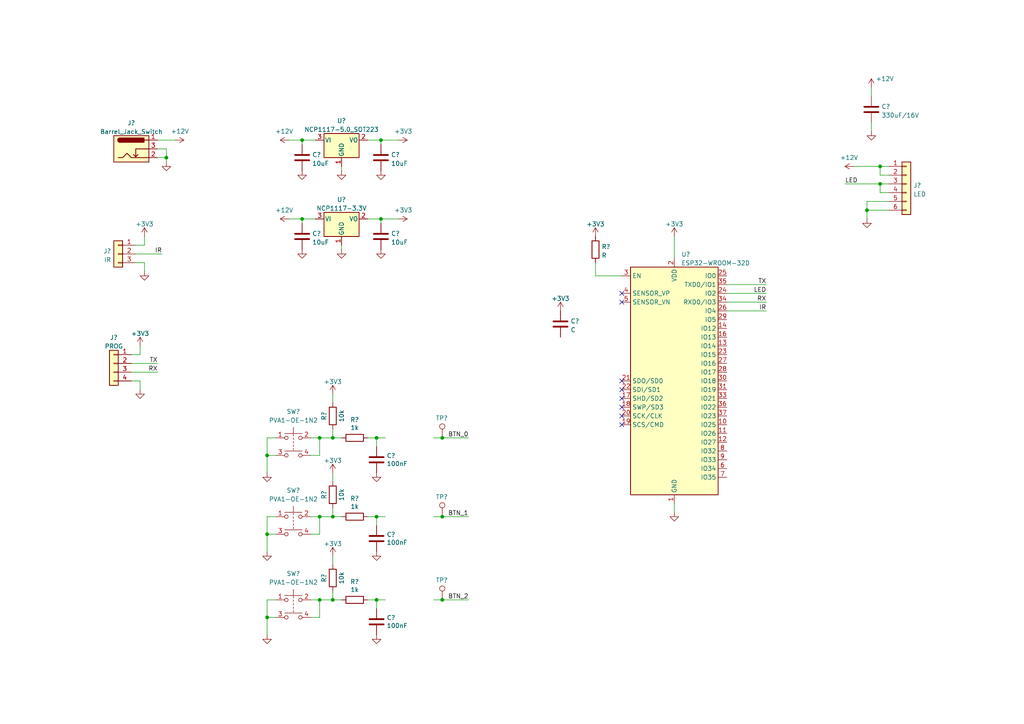
<source format=kicad_sch>
(kicad_sch (version 20211123) (generator eeschema)
  (paper "A4")
  (lib_symbols
    (symbol "Connector:Barrel_Jack_Switch" (pin_names hide)
      (property "Reference" "J" (at 0 5.334 0))
      (property "Value" "Barrel_Jack_Switch" (at 0 -5.08 0))
      (symbol "Barrel_Jack_Switch_0_1"
        (rectangle (start -5.08 3.81) (end 5.08 -3.81) (stroke (width 0.254)) (fill (type background)))
        (arc (start -3.302 3.175) (mid -3.937 2.54) (end -3.302 1.905) (stroke (width 0.254)))
        (arc (start -3.302 3.175) (mid -3.937 2.54) (end -3.302 1.905) (stroke (width 0.254)) (fill (type outline)))
        (polyline (pts (xy 1.27 -2.286) (xy 1.905 -1.651)) (stroke (width 0.254)))
        (polyline (pts (xy 5.08 2.54) (xy 3.81 2.54)) (stroke (width 0.254)))
        (polyline (pts (xy 5.08 0) (xy 1.27 0) (xy 1.27 -2.286) (xy 0.635 -1.651)) (stroke (width 0.254)))
        (polyline (pts (xy -3.81 -2.54) (xy -2.54 -2.54) (xy -1.27 -1.27) (xy 0 -2.54) (xy 2.54 -2.54) (xy 5.08 -2.54)) (stroke (width 0.254)))
        (rectangle (start 3.683 3.175) (end -3.302 1.905) (stroke (width 0.254)) (fill (type outline)))
      )
      (symbol "Barrel_Jack_Switch_1_1"
        (pin passive line (at 7.62 2.54 180) (length 2.54) (name "~") (number "1"))
        (pin passive line (at 7.62 -2.54 180) (length 2.54) (name "~") (number "2"))
        (pin passive line (at 7.62 0 180) (length 2.54) (name "~") (number "3"))
      )
    )
    (symbol "Connector:TestPoint" (pin_numbers hide) (pin_names (offset 0.762) hide)
      (property "Reference" "TP" (at 0 6.858 0))
      (property "Value" "TestPoint" (at 0 5.08 0))
      (symbol "TestPoint_0_1"
        (circle (center 0 3.302) (radius 0.762))
      )
      (symbol "TestPoint_1_1"
        (pin passive line (at 0 0 90) (length 2.54) (name "1") (number "1"))
      )
    )
    (symbol "Connector_Generic:Conn_01x03" (pin_names (offset 1.016) hide)
      (property "Reference" "J" (at 0 5.08 0))
      (property "Value" "Conn_01x03" (at 0 -5.08 0))
      (symbol "Conn_01x03_1_1"
        (rectangle (start -1.27 -2.413) (end 0 -2.667) (stroke (width 0.1524)))
        (rectangle (start -1.27 0.127) (end 0 -0.127) (stroke (width 0.1524)))
        (rectangle (start -1.27 2.667) (end 0 2.413) (stroke (width 0.1524)))
        (rectangle (start -1.27 3.81) (end 1.27 -3.81) (stroke (width 0.254)) (fill (type background)))
        (pin passive line (at -5.08 2.54 0) (length 3.81) (name "Pin_1") (number "1"))
        (pin passive line (at -5.08 0 0) (length 3.81) (name "Pin_2") (number "2"))
        (pin passive line (at -5.08 -2.54 0) (length 3.81) (name "Pin_3") (number "3"))
      )
    )
    (symbol "Connector_Generic:Conn_01x04" (pin_names (offset 1.016) hide)
      (property "Reference" "J" (at 0 5.08 0))
      (property "Value" "Conn_01x04" (at 0 -7.62 0))
      (symbol "Conn_01x04_1_1"
        (rectangle (start -1.27 -4.953) (end 0 -5.207) (stroke (width 0.1524)))
        (rectangle (start -1.27 -2.413) (end 0 -2.667) (stroke (width 0.1524)))
        (rectangle (start -1.27 0.127) (end 0 -0.127) (stroke (width 0.1524)))
        (rectangle (start -1.27 2.667) (end 0 2.413) (stroke (width 0.1524)))
        (rectangle (start -1.27 3.81) (end 1.27 -6.35) (stroke (width 0.254)) (fill (type background)))
        (pin passive line (at -5.08 2.54 0) (length 3.81) (name "Pin_1") (number "1"))
        (pin passive line (at -5.08 0 0) (length 3.81) (name "Pin_2") (number "2"))
        (pin passive line (at -5.08 -2.54 0) (length 3.81) (name "Pin_3") (number "3"))
        (pin passive line (at -5.08 -5.08 0) (length 3.81) (name "Pin_4") (number "4"))
      )
    )
    (symbol "Connector_Generic:Conn_01x06" (pin_names (offset 1.016) hide)
      (property "Reference" "J" (at 0 7.62 0))
      (property "Value" "Conn_01x06" (at 0 -10.16 0))
      (symbol "Conn_01x06_1_1"
        (rectangle (start -1.27 -7.493) (end 0 -7.747) (stroke (width 0.1524)))
        (rectangle (start -1.27 -4.953) (end 0 -5.207) (stroke (width 0.1524)))
        (rectangle (start -1.27 -2.413) (end 0 -2.667) (stroke (width 0.1524)))
        (rectangle (start -1.27 0.127) (end 0 -0.127) (stroke (width 0.1524)))
        (rectangle (start -1.27 2.667) (end 0 2.413) (stroke (width 0.1524)))
        (rectangle (start -1.27 5.207) (end 0 4.953) (stroke (width 0.1524)))
        (rectangle (start -1.27 6.35) (end 1.27 -8.89) (stroke (width 0.254)) (fill (type background)))
        (pin passive line (at -5.08 5.08 0) (length 3.81) (name "Pin_1") (number "1"))
        (pin passive line (at -5.08 2.54 0) (length 3.81) (name "Pin_2") (number "2"))
        (pin passive line (at -5.08 0 0) (length 3.81) (name "Pin_3") (number "3"))
        (pin passive line (at -5.08 -2.54 0) (length 3.81) (name "Pin_4") (number "4"))
        (pin passive line (at -5.08 -5.08 0) (length 3.81) (name "Pin_5") (number "5"))
        (pin passive line (at -5.08 -7.62 0) (length 3.81) (name "Pin_6") (number "6"))
      )
    )
    (symbol "Device:C" (pin_numbers hide) (pin_names (offset 0.254))
      (property "Reference" "C" (at 0.635 2.54 0))
      (property "Value" "C" (at 0.635 -2.54 0))
      (symbol "C_0_1"
        (polyline (pts (xy -2.032 -0.762) (xy 2.032 -0.762)) (stroke (width 0.508)))
        (polyline (pts (xy -2.032 0.762) (xy 2.032 0.762)) (stroke (width 0.508)))
      )
      (symbol "C_1_1"
        (pin passive line (at 0 3.81 270) (length 2.794) (name "~") (number "1"))
        (pin passive line (at 0 -3.81 90) (length 2.794) (name "~") (number "2"))
      )
    )
    (symbol "Device:R" (pin_numbers hide) (pin_names (offset 0))
      (property "Reference" "R" (at 2.032 0 90))
      (property "Value" "R" (at 0 0 90))
      (symbol "R_0_1"
        (rectangle (start -1.016 -2.54) (end 1.016 2.54) (stroke (width 0.254)))
      )
      (symbol "R_1_1"
        (pin passive line (at 0 3.81 270) (length 1.27) (name "~") (number "1"))
        (pin passive line (at 0 -3.81 90) (length 1.27) (name "~") (number "2"))
      )
    )
    (symbol "RF_Module:ESP32-WROOM-32D"
      (property "Reference" "U" (at -12.7 34.29 0))
      (property "Value" "ESP32-WROOM-32D" (at 1.27 34.29 0))
      (symbol "ESP32-WROOM-32D_0_1"
        (rectangle (start -12.7 33.02) (end 12.7 -33.02) (stroke (width 0.254)) (fill (type background)))
      )
      (symbol "ESP32-WROOM-32D_1_1"
        (pin power_in line (at 0 -35.56 90) (length 2.54) (name "GND") (number "1"))
        (pin bidirectional line (at 15.24 -12.7 180) (length 2.54) (name "IO25") (number "10"))
        (pin bidirectional line (at 15.24 -15.24 180) (length 2.54) (name "IO26") (number "11"))
        (pin bidirectional line (at 15.24 -17.78 180) (length 2.54) (name "IO27") (number "12"))
        (pin bidirectional line (at 15.24 10.16 180) (length 2.54) (name "IO14") (number "13"))
        (pin bidirectional line (at 15.24 15.24 180) (length 2.54) (name "IO12") (number "14"))
        (pin passive line (at 0 -35.56 90) (length 2.54) hide (name "GND") (number "15"))
        (pin bidirectional line (at 15.24 12.7 180) (length 2.54) (name "IO13") (number "16"))
        (pin bidirectional line (at -15.24 -5.08 0) (length 2.54) (name "SHD/SD2") (number "17"))
        (pin bidirectional line (at -15.24 -7.62 0) (length 2.54) (name "SWP/SD3") (number "18"))
        (pin bidirectional line (at -15.24 -12.7 0) (length 2.54) (name "SCS/CMD") (number "19"))
        (pin power_in line (at 0 35.56 270) (length 2.54) (name "VDD") (number "2"))
        (pin bidirectional line (at -15.24 -10.16 0) (length 2.54) (name "SCK/CLK") (number "20"))
        (pin bidirectional line (at -15.24 0 0) (length 2.54) (name "SDO/SD0") (number "21"))
        (pin bidirectional line (at -15.24 -2.54 0) (length 2.54) (name "SDI/SD1") (number "22"))
        (pin bidirectional line (at 15.24 7.62 180) (length 2.54) (name "IO15") (number "23"))
        (pin bidirectional line (at 15.24 25.4 180) (length 2.54) (name "IO2") (number "24"))
        (pin bidirectional line (at 15.24 30.48 180) (length 2.54) (name "IO0") (number "25"))
        (pin bidirectional line (at 15.24 20.32 180) (length 2.54) (name "IO4") (number "26"))
        (pin bidirectional line (at 15.24 5.08 180) (length 2.54) (name "IO16") (number "27"))
        (pin bidirectional line (at 15.24 2.54 180) (length 2.54) (name "IO17") (number "28"))
        (pin bidirectional line (at 15.24 17.78 180) (length 2.54) (name "IO5") (number "29"))
        (pin input line (at -15.24 30.48 0) (length 2.54) (name "EN") (number "3"))
        (pin bidirectional line (at 15.24 0 180) (length 2.54) (name "IO18") (number "30"))
        (pin bidirectional line (at 15.24 -2.54 180) (length 2.54) (name "IO19") (number "31"))
        (pin no_connect line (at -12.7 -27.94 0) (length 2.54) hide (name "NC") (number "32"))
        (pin bidirectional line (at 15.24 -5.08 180) (length 2.54) (name "IO21") (number "33"))
        (pin bidirectional line (at 15.24 22.86 180) (length 2.54) (name "RXD0/IO3") (number "34"))
        (pin bidirectional line (at 15.24 27.94 180) (length 2.54) (name "TXD0/IO1") (number "35"))
        (pin bidirectional line (at 15.24 -7.62 180) (length 2.54) (name "IO22") (number "36"))
        (pin bidirectional line (at 15.24 -10.16 180) (length 2.54) (name "IO23") (number "37"))
        (pin passive line (at 0 -35.56 90) (length 2.54) hide (name "GND") (number "38"))
        (pin passive line (at 0 -35.56 90) (length 2.54) hide (name "GND") (number "39"))
        (pin input line (at -15.24 25.4 0) (length 2.54) (name "SENSOR_VP") (number "4"))
        (pin input line (at -15.24 22.86 0) (length 2.54) (name "SENSOR_VN") (number "5"))
        (pin input line (at 15.24 -25.4 180) (length 2.54) (name "IO34") (number "6"))
        (pin input line (at 15.24 -27.94 180) (length 2.54) (name "IO35") (number "7"))
        (pin bidirectional line (at 15.24 -20.32 180) (length 2.54) (name "IO32") (number "8"))
        (pin bidirectional line (at 15.24 -22.86 180) (length 2.54) (name "IO33") (number "9"))
      )
    )
    (symbol "Regulator_Linear:NCP1117-3.3_SOT223" (pin_names (offset 0.254))
      (property "Reference" "U" (at -3.81 3.175 0))
      (property "Value" "NCP1117-3.3_SOT223" (at 0 3.175 0))
      (symbol "NCP1117-3.3_SOT223_0_1"
        (rectangle (start -5.08 -5.08) (end 5.08 1.905) (stroke (width 0.254)) (fill (type background)))
      )
      (symbol "NCP1117-3.3_SOT223_1_1"
        (pin power_in line (at 0 -7.62 90) (length 2.54) (name "GND") (number "1"))
        (pin power_out line (at 7.62 0 180) (length 2.54) (name "VO") (number "2"))
        (pin power_in line (at -7.62 0 0) (length 2.54) (name "VI") (number "3"))
      )
    )
    (symbol "Regulator_Linear:NCP1117-5.0_SOT223" (pin_names (offset 0.254))
      (property "Reference" "U" (at -3.81 3.175 0))
      (property "Value" "NCP1117-5.0_SOT223" (at 0 3.175 0))
      (symbol "NCP1117-5.0_SOT223_0_1"
        (rectangle (start -5.08 -5.08) (end 5.08 1.905) (stroke (width 0.254)) (fill (type background)))
      )
      (symbol "NCP1117-5.0_SOT223_1_1"
        (pin power_in line (at 0 -7.62 90) (length 2.54) (name "GND") (number "1"))
        (pin power_out line (at 7.62 0 180) (length 2.54) (name "VO") (number "2"))
        (pin power_in line (at -7.62 0 0) (length 2.54) (name "VI") (number "3"))
      )
    )
    (symbol "Switch:SW_Push_Dual" (pin_names (offset 1.016) hide)
      (property "Reference" "SW" (at 1.27 2.54 0))
      (property "Value" "SW_Push_Dual" (at 0 -6.858 0))
      (symbol "SW_Push_Dual_0_1"
        (circle (center -2.032 -5.08) (radius 0.508))
        (circle (center -2.032 0) (radius 0.508))
        (polyline (pts (xy 0 -3.048) (xy 0 -3.556)))
        (polyline (pts (xy 0 -2.032) (xy 0 -2.54)))
        (polyline (pts (xy 0 -1.524) (xy 0 -1.016)))
        (polyline (pts (xy 0 -0.508) (xy 0 0)))
        (polyline (pts (xy 0 0.508) (xy 0 1.016)))
        (polyline (pts (xy 0 1.27) (xy 0 3.048)))
        (polyline (pts (xy 2.54 -3.81) (xy -2.54 -3.81)))
        (polyline (pts (xy 2.54 1.27) (xy -2.54 1.27)))
        (circle (center 2.032 -5.08) (radius 0.508))
        (circle (center 2.032 0) (radius 0.508))
        (pin passive line (at -5.08 0 0) (length 2.54) (name "1") (number "1"))
        (pin passive line (at 5.08 0 180) (length 2.54) (name "2") (number "2"))
        (pin passive line (at -5.08 -5.08 0) (length 2.54) (name "3") (number "3"))
        (pin passive line (at 5.08 -5.08 180) (length 2.54) (name "4") (number "4"))
      )
    )
    (symbol "power:+12V" (power) (pin_names (offset 0))
      (property "Value" "+12V" (at 0 3.556 0))
      (symbol "+12V_0_1"
        (polyline (pts (xy -0.762 1.27) (xy 0 2.54)))
        (polyline (pts (xy 0 0) (xy 0 2.54)))
        (polyline (pts (xy 0 2.54) (xy 0.762 1.27)))
      )
      (symbol "+12V_1_1"
        (pin power_in line (at 0 0 90) (length 0) hide (name "+12V") (number "1"))
      )
    )
    (symbol "power:+3.3V" (power) (pin_names (offset 0))
      (property "Value" "+3.3V" (at 0 3.556 0))
      (symbol "+3.3V_0_1"
        (polyline (pts (xy -0.762 1.27) (xy 0 2.54)))
        (polyline (pts (xy 0 0) (xy 0 2.54)))
        (polyline (pts (xy 0 2.54) (xy 0.762 1.27)))
      )
      (symbol "+3.3V_1_1"
        (pin power_in line (at 0 0 90) (length 0) hide (name "+3V3") (number "1"))
      )
    )
    (symbol "power:GND" (power) (pin_names (offset 0))
      (property "Value" "GND" (at 0 -3.81 0))
      (symbol "GND_0_1"
        (polyline (pts (xy 0 0) (xy 0 -1.27) (xy 1.27 -1.27) (xy 0 -2.54) (xy -1.27 -1.27) (xy 0 -1.27)))
      )
      (symbol "GND_1_1"
        (pin power_in line (at 0 0 270) (length 0) hide (name "GND") (number "1"))
      )
    )
  )
  (junction (at 96.52 149.86))
  (junction (at 128.27 173.99))
  (junction (at 87.63 63.5))
  (junction (at 87.63 40.64))
  (junction (at 110.49 40.64))
  (junction (at 109.22 127))
  (junction (at 128.27 127))
  (junction (at 109.22 149.86))
  (junction (at 255.27 48.26))
  (junction (at 92.71 149.86))
  (junction (at 128.27 149.86))
  (junction (at 109.22 173.99))
  (junction (at 92.71 173.99))
  (junction (at 92.71 127))
  (junction (at 77.47 154.94))
  (junction (at 96.52 127))
  (junction (at 251.46 60.96))
  (junction (at 77.47 132.08))
  (junction (at 48.26 45.72))
  (junction (at 96.52 173.99))
  (junction (at 255.27 53.34))
  (junction (at 77.47 179.07))
  (junction (at 110.49 63.5))
  (no_connect (at 180.34 120.65))
  (no_connect (at 180.34 118.11))
  (no_connect (at 180.34 115.57))
  (no_connect (at 180.34 123.19))
  (no_connect (at 180.34 110.49))
  (no_connect (at 180.34 87.63))
  (no_connect (at 180.34 113.03))
  (no_connect (at 180.34 85.09))
  (wire (pts (xy 45.72 40.64) (xy 50.8 40.64)))
  (wire (pts (xy 255.27 48.26) (xy 257.81 48.26)))
  (wire (pts (xy 109.22 127) (xy 111.76 127)))
  (wire (pts (xy 96.52 171.45) (xy 96.52 173.99)))
  (wire (pts (xy 109.22 173.99) (xy 111.76 173.99)))
  (wire (pts (xy 96.52 114.3) (xy 96.52 116.84)))
  (wire (pts (xy 257.81 58.42) (xy 251.46 58.42)))
  (wire (pts (xy 106.68 40.64) (xy 110.49 40.64)))
  (wire (pts (xy 41.91 76.2) (xy 41.91 78.74)))
  (wire (pts (xy 125.73 149.86) (xy 128.27 149.86)))
  (wire (pts (xy 252.73 35.56) (xy 252.73 38.1)))
  (wire (pts (xy 210.82 85.09) (xy 222.25 85.09)))
  (wire (pts (xy 96.52 147.32) (xy 96.52 149.86)))
  (wire (pts (xy 195.58 146.05) (xy 195.58 148.59)))
  (wire (pts (xy 39.37 71.12) (xy 41.91 71.12)))
  (wire (pts (xy 90.17 154.94) (xy 92.71 154.94)))
  (wire (pts (xy 96.52 124.46) (xy 96.52 127)))
  (wire (pts (xy 77.47 173.99) (xy 80.01 173.99)))
  (wire (pts (xy 90.17 132.08) (xy 92.71 132.08)))
  (wire (pts (xy 48.26 43.18) (xy 48.26 45.72)))
  (wire (pts (xy 77.47 179.07) (xy 80.01 179.07)))
  (wire (pts (xy 77.47 154.94) (xy 80.01 154.94)))
  (wire (pts (xy 92.71 127) (xy 96.52 127)))
  (wire (pts (xy 83.82 63.5) (xy 87.63 63.5)))
  (wire (pts (xy 90.17 173.99) (xy 92.71 173.99)))
  (wire (pts (xy 257.81 55.88) (xy 255.27 55.88)))
  (wire (pts (xy 172.72 80.01) (xy 172.72 76.2)))
  (wire (pts (xy 251.46 58.42) (xy 251.46 60.96)))
  (wire (pts (xy 38.1 107.95) (xy 45.72 107.95)))
  (wire (pts (xy 90.17 127) (xy 92.71 127)))
  (wire (pts (xy 106.68 149.86) (xy 109.22 149.86)))
  (wire (pts (xy 110.49 63.5) (xy 115.57 63.5)))
  (wire (pts (xy 106.68 127) (xy 109.22 127)))
  (wire (pts (xy 96.52 161.29) (xy 96.52 163.83)))
  (wire (pts (xy 245.11 53.34) (xy 255.27 53.34)))
  (wire (pts (xy 255.27 55.88) (xy 255.27 53.34)))
  (wire (pts (xy 109.22 127) (xy 109.22 129.54)))
  (wire (pts (xy 46.99 73.66) (xy 39.37 73.66)))
  (wire (pts (xy 38.1 102.87) (xy 40.64 102.87)))
  (wire (pts (xy 77.47 173.99) (xy 77.47 179.07)))
  (wire (pts (xy 77.47 154.94) (xy 77.47 160.02)))
  (wire (pts (xy 109.22 149.86) (xy 111.76 149.86)))
  (wire (pts (xy 91.44 63.5) (xy 87.63 63.5)))
  (wire (pts (xy 128.27 173.99) (xy 135.89 173.99)))
  (wire (pts (xy 125.73 127) (xy 128.27 127)))
  (wire (pts (xy 99.06 48.26) (xy 99.06 49.53)))
  (wire (pts (xy 48.26 45.72) (xy 48.26 46.99)))
  (wire (pts (xy 39.37 76.2) (xy 41.91 76.2)))
  (wire (pts (xy 110.49 64.77) (xy 110.49 63.5)))
  (wire (pts (xy 257.81 60.96) (xy 251.46 60.96)))
  (wire (pts (xy 125.73 173.99) (xy 128.27 173.99)))
  (wire (pts (xy 92.71 179.07) (xy 92.71 173.99)))
  (wire (pts (xy 247.65 48.26) (xy 255.27 48.26)))
  (wire (pts (xy 180.34 80.01) (xy 172.72 80.01)))
  (wire (pts (xy 38.1 105.41) (xy 45.72 105.41)))
  (wire (pts (xy 40.64 102.87) (xy 40.64 100.33)))
  (wire (pts (xy 77.47 149.86) (xy 77.47 154.94)))
  (wire (pts (xy 92.71 173.99) (xy 96.52 173.99)))
  (wire (pts (xy 45.72 45.72) (xy 48.26 45.72)))
  (wire (pts (xy 252.73 25.4) (xy 252.73 27.94)))
  (wire (pts (xy 90.17 149.86) (xy 92.71 149.86)))
  (wire (pts (xy 210.82 90.17) (xy 222.25 90.17)))
  (wire (pts (xy 96.52 137.16) (xy 96.52 139.7)))
  (wire (pts (xy 83.82 40.64) (xy 87.63 40.64)))
  (wire (pts (xy 255.27 53.34) (xy 257.81 53.34)))
  (wire (pts (xy 87.63 40.64) (xy 87.63 41.91)))
  (wire (pts (xy 210.82 82.55) (xy 222.25 82.55)))
  (wire (pts (xy 45.72 43.18) (xy 48.26 43.18)))
  (wire (pts (xy 77.47 179.07) (xy 77.47 184.15)))
  (wire (pts (xy 195.58 68.58) (xy 195.58 74.93)))
  (wire (pts (xy 91.44 40.64) (xy 87.63 40.64)))
  (wire (pts (xy 96.52 173.99) (xy 99.06 173.99)))
  (wire (pts (xy 106.68 63.5) (xy 110.49 63.5)))
  (wire (pts (xy 87.63 63.5) (xy 87.63 64.77)))
  (wire (pts (xy 90.17 179.07) (xy 92.71 179.07)))
  (wire (pts (xy 109.22 149.86) (xy 109.22 152.4)))
  (wire (pts (xy 77.47 132.08) (xy 77.47 137.16)))
  (wire (pts (xy 210.82 87.63) (xy 222.25 87.63)))
  (wire (pts (xy 128.27 127) (xy 135.89 127)))
  (wire (pts (xy 77.47 127) (xy 77.47 132.08)))
  (wire (pts (xy 106.68 173.99) (xy 109.22 173.99)))
  (wire (pts (xy 92.71 149.86) (xy 96.52 149.86)))
  (wire (pts (xy 257.81 50.8) (xy 255.27 50.8)))
  (wire (pts (xy 255.27 48.26) (xy 255.27 50.8)))
  (wire (pts (xy 41.91 71.12) (xy 41.91 68.58)))
  (wire (pts (xy 38.1 110.49) (xy 40.64 110.49)))
  (wire (pts (xy 77.47 149.86) (xy 80.01 149.86)))
  (wire (pts (xy 99.06 71.12) (xy 99.06 72.39)))
  (wire (pts (xy 40.64 110.49) (xy 40.64 113.03)))
  (wire (pts (xy 92.71 132.08) (xy 92.71 127)))
  (wire (pts (xy 77.47 132.08) (xy 80.01 132.08)))
  (wire (pts (xy 109.22 173.99) (xy 109.22 176.53)))
  (wire (pts (xy 128.27 149.86) (xy 135.89 149.86)))
  (wire (pts (xy 110.49 40.64) (xy 115.57 40.64)))
  (wire (pts (xy 96.52 127) (xy 99.06 127)))
  (wire (pts (xy 96.52 149.86) (xy 99.06 149.86)))
  (wire (pts (xy 110.49 41.91) (xy 110.49 40.64)))
  (wire (pts (xy 251.46 60.96) (xy 251.46 63.5)))
  (wire (pts (xy 77.47 127) (xy 80.01 127)))
  (wire (pts (xy 92.71 154.94) (xy 92.71 149.86)))
  (label "IR" (at 222.25 90.17 180))
  (label "BTN_0" (at 135.89 127 180))
  (label "RX" (at 222.25 87.63 180))
  (label "BTN_1" (at 135.89 149.86 180))
  (label "LED" (at 222.25 85.09 180))
  (label "TX" (at 222.25 82.55 180))
  (label "IR" (at 46.99 73.66 180))
  (label "RX" (at 45.72 107.95 180))
  (label "TX" (at 45.72 105.41 180))
  (label "BTN_2" (at 135.89 173.99 180))
  (label "LED" (at 245.11 53.34 0))
  (symbol (lib_id "Connector:TestPoint") (at 128.27 149.86 0) (unit 1)
    (property "Reference" "TP?" (at 126.365 144.145 0) (effects (justify left)))
    (property "Value" "TestPoint" (effects hide))
    (property "Footprint" "TestPoint:TestPoint_Pad_D1.0mm" (effects hide))
  )
  (symbol (lib_id "power:GND") (at 41.91 78.74 0) (mirror y) (unit 1)
    (property "Reference" "#PWR?" (effects hide))
    (property "Value" "GND" (effects hide))
  )
  (symbol (lib_id "Regulator_Linear:NCP1117-5.0_SOT223") (at 99.06 40.64 0) (unit 1)
    (property "Reference" "U?" (at 99.06 35.0352 0))
    (property "Value" "NCP1117-5.0_SOT223" (at 99.06 37.5721 0))
    (property "Footprint" "Package_TO_SOT_SMD:SOT-223-3_TabPin2" (effects hide))
    (property "Datasheet" "http://www.onsemi.com/pub_link/Collateral/NCP1117-D.PDF" (effects hide))
  )
  (symbol (lib_id "Device:C") (at 87.63 45.72 0) (unit 1)
    (property "Reference" "C?" (at 90.551 44.8853 0) (effects (justify left)))
    (property "Value" "10uF" (at 90.551 47.4222 0) (effects (justify left)))
  )
  (symbol (lib_id "power:+3.3V") (at 115.57 63.5 270) (unit 1)
    (property "Reference" "#PWR?" (effects hide))
    (property "Value" "+3.3V" (at 114.3 60.96 90) (effects (justify left)))
  )
  (symbol (lib_id "power:+3.3V") (at 41.91 68.58 0) (mirror y) (unit 1)
    (property "Reference" "#PWR?" (effects hide))
    (property "Value" "+3.3V" (at 41.91 65.0042 0))
  )
  (symbol (lib_id "Connector_Generic:Conn_01x03") (at 34.29 73.66 0) (mirror y) (unit 1)
    (property "Reference" "J?" (at 32.258 72.8253 0) (effects (justify left)))
    (property "Value" "IR" (at 32.258 75.3622 0) (effects (justify left)))
  )
  (symbol (lib_id "Device:C") (at 162.56 93.98 0) (unit 1)
    (property "Reference" "C?" (at 165.481 93.1453 0) (effects (justify left)))
    (property "Value" "C" (at 165.481 95.6822 0) (effects (justify left)))
  )
  (symbol (lib_id "Device:R") (at 102.87 173.99 270) (unit 1)
    (property "Reference" "R?" (at 102.87 168.7322 90))
    (property "Value" "1k" (at 102.87 171.0436 90))
    (property "Footprint" "Resistor_SMD:R_0603_1608Metric" (effects hide))
  )
  (symbol (lib_id "Device:R") (at 96.52 143.51 0) (unit 1)
    (property "Reference" "R?" (at 93.98 143.51 90))
    (property "Value" "10k" (at 99.06 143.51 90))
    (property "Footprint" "Resistor_SMD:R_0603_1608Metric" (effects hide))
  )
  (symbol (lib_id "power:+12V") (at 83.82 40.64 90) (unit 1)
    (property "Reference" "#PWR?" (effects hide))
    (property "Value" "+12V" (at 85.09 38.1 90) (effects (justify left)))
  )
  (symbol (lib_id "power:+3.3V") (at 96.52 161.29 0) (unit 1)
    (property "Reference" "#PWR?" (effects hide))
    (property "Value" "+3.3V" (at 96.52 157.7142 0))
  )
  (symbol (lib_id "Connector:Barrel_Jack_Switch") (at 38.1 43.18 0) (unit 1)
    (property "Reference" "J?" (at 38.1 35.6702 0))
    (property "Value" "Barrel_Jack_Switch" (at 38.1 38.2071 0))
  )
  (symbol (lib_id "power:GND") (at 109.22 184.15 0) (mirror y) (unit 1)
    (property "Reference" "#PWR?" (effects hide))
    (property "Value" "GND" (effects hide))
  )
  (symbol (lib_id "power:+12V") (at 252.73 25.4 0) (unit 1)
    (property "Reference" "#PWR?" (effects hide))
    (property "Value" "+12V" (at 254 22.86 0) (effects (justify left)))
  )
  (symbol (lib_id "Device:C") (at 110.49 68.58 0) (unit 1)
    (property "Reference" "C?" (at 113.411 67.7453 0) (effects (justify left)))
    (property "Value" "10uF" (at 113.411 70.2822 0) (effects (justify left)))
  )
  (symbol (lib_id "Device:C") (at 87.63 68.58 0) (unit 1)
    (property "Reference" "C?" (at 90.551 67.7453 0) (effects (justify left)))
    (property "Value" "10uF" (at 90.551 70.2822 0) (effects (justify left)))
  )
  (symbol (lib_id "Connector:TestPoint") (at 128.27 127 0) (unit 1)
    (property "Reference" "TP?" (at 126.365 121.285 0) (effects (justify left)))
    (property "Value" "TestPoint" (effects hide))
    (property "Footprint" "TestPoint:TestPoint_Pad_D1.0mm" (effects hide))
  )
  (symbol (lib_id "Device:C") (at 109.22 180.34 0) (unit 1)
    (property "Reference" "C?" (at 112.141 179.1716 0) (effects (justify left)))
    (property "Value" "100nF" (at 112.141 181.483 0) (effects (justify left)))
    (property "Footprint" "Capacitor_SMD:C_0603_1608Metric" (effects hide))
  )
  (symbol (lib_id "power:GND") (at 77.47 184.15 0) (mirror y) (unit 1)
    (property "Reference" "#PWR?" (effects hide))
    (property "Value" "GND" (effects hide))
  )
  (symbol (lib_id "Connector_Generic:Conn_01x06") (at 262.89 53.34 0) (unit 1)
    (property "Reference" "J?" (at 264.922 53.7753 0) (effects (justify left)))
    (property "Value" "LED" (at 264.922 56.3122 0) (effects (justify left)))
  )
  (symbol (lib_id "Device:R") (at 96.52 167.64 0) (unit 1)
    (property "Reference" "R?" (at 93.98 167.64 90))
    (property "Value" "10k" (at 99.06 167.64 90))
    (property "Footprint" "Resistor_SMD:R_0603_1608Metric" (effects hide))
  )
  (symbol (lib_id "power:GND") (at 110.49 72.39 0) (unit 1)
    (property "Reference" "#PWR?" (effects hide))
    (property "Value" "GND" (effects hide))
  )
  (symbol (lib_id "power:GND") (at 87.63 72.39 0) (unit 1)
    (property "Reference" "#PWR?" (effects hide))
    (property "Value" "GND" (effects hide))
  )
  (symbol (lib_id "Regulator_Linear:NCP1117-3.3_SOT223") (at 99.06 63.5 0) (unit 1)
    (property "Reference" "U?" (at 99.06 57.8952 0))
    (property "Value" "NCP1117-3.3V" (at 99.06 60.4321 0))
    (property "Footprint" "Package_TO_SOT_SMD:SOT-223-3_TabPin2" (effects hide))
    (property "Datasheet" "http://www.onsemi.com/pub_link/Collateral/NCP1117-D.PDF" (effects hide))
  )
  (symbol (lib_id "Switch:SW_Push_Dual") (at 85.09 173.99 0) (unit 1)
    (property "Reference" "SW?" (at 85.09 166.37 0))
    (property "Value" "PVA1-OE-1N2" (at 85.09 168.91 0))
    (property "Footprint" "TCY_connectors:PVA-Button" (effects hide))
  )
  (symbol (lib_id "power:+12V") (at 247.65 48.26 90) (unit 1)
    (property "Reference" "#PWR?" (effects hide))
    (property "Value" "+12V" (at 248.92 45.72 90) (effects (justify left)))
  )
  (symbol (lib_id "power:+3.3V") (at 96.52 114.3 0) (unit 1)
    (property "Reference" "#PWR?" (effects hide))
    (property "Value" "+3.3V" (at 96.52 110.7242 0))
  )
  (symbol (lib_id "power:+3.3V") (at 115.57 40.64 270) (unit 1)
    (property "Reference" "#PWR?" (effects hide))
    (property "Value" "+3.3V" (at 114.3 38.1 90) (effects (justify left)))
  )
  (symbol (lib_id "power:GND") (at 87.63 49.53 0) (unit 1)
    (property "Reference" "#PWR?" (effects hide))
    (property "Value" "GND" (effects hide))
  )
  (symbol (lib_id "power:GND") (at 48.26 46.99 0) (unit 1)
    (property "Reference" "#PWR?" (effects hide))
    (property "Value" "GND" (effects hide))
  )
  (symbol (lib_id "power:GND") (at 99.06 72.39 0) (unit 1)
    (property "Reference" "#PWR?" (effects hide))
    (property "Value" "GND" (effects hide))
  )
  (symbol (lib_id "power:GND") (at 99.06 49.53 0) (unit 1)
    (property "Reference" "#PWR?" (effects hide))
    (property "Value" "GND" (effects hide))
  )
  (symbol (lib_id "Device:C") (at 109.22 133.35 0) (unit 1)
    (property "Reference" "C?" (at 112.141 132.1816 0) (effects (justify left)))
    (property "Value" "100nF" (at 112.141 134.493 0) (effects (justify left)))
    (property "Footprint" "Capacitor_SMD:C_0603_1608Metric" (effects hide))
  )
  (symbol (lib_id "Connector:TestPoint") (at 128.27 173.99 0) (unit 1)
    (property "Reference" "TP?" (at 126.365 168.275 0) (effects (justify left)))
    (property "Value" "TestPoint" (effects hide))
    (property "Footprint" "TestPoint:TestPoint_Pad_D1.0mm" (effects hide))
  )
  (symbol (lib_id "power:+12V") (at 83.82 63.5 90) (unit 1)
    (property "Reference" "#PWR?" (effects hide))
    (property "Value" "+12V" (at 85.09 60.96 90) (effects (justify left)))
  )
  (symbol (lib_id "power:GND") (at 77.47 160.02 0) (mirror y) (unit 1)
    (property "Reference" "#PWR?" (effects hide))
    (property "Value" "GND" (effects hide))
  )
  (symbol (lib_id "power:GND") (at 77.47 137.16 0) (mirror y) (unit 1)
    (property "Reference" "#PWR?" (effects hide))
    (property "Value" "GND" (effects hide))
  )
  (symbol (lib_id "power:GND") (at 40.64 113.03 0) (mirror y) (unit 1)
    (property "Reference" "#PWR?" (effects hide))
    (property "Value" "GND" (effects hide))
  )
  (symbol (lib_id "power:GND") (at 195.58 148.59 0) (unit 1)
    (property "Reference" "#PWR?" (effects hide))
    (property "Value" "GND" (effects hide))
  )
  (symbol (lib_id "Device:R") (at 96.52 120.65 0) (unit 1)
    (property "Reference" "R?" (at 93.98 120.65 90))
    (property "Value" "10k" (at 99.06 120.65 90))
    (property "Footprint" "Resistor_SMD:R_0603_1608Metric" (effects hide))
  )
  (symbol (lib_id "power:GND") (at 251.46 63.5 0) (unit 1)
    (property "Reference" "#PWR?" (effects hide))
    (property "Value" "GND" (effects hide))
  )
  (symbol (lib_id "power:GND") (at 110.49 49.53 0) (unit 1)
    (property "Reference" "#PWR?" (effects hide))
    (property "Value" "GND" (effects hide))
  )
  (symbol (lib_id "power:+12V") (at 50.8 40.64 270) (unit 1)
    (property "Reference" "#PWR?" (effects hide))
    (property "Value" "+12V" (at 49.53 38.1 90) (effects (justify left)))
  )
  (symbol (lib_id "power:+3.3V") (at 162.56 90.17 0) (unit 1)
    (property "Reference" "#PWR?" (effects hide))
    (property "Value" "+3.3V" (at 162.56 86.5942 0))
  )
  (symbol (lib_id "Connector_Generic:Conn_01x04") (at 33.02 105.41 0) (mirror y) (unit 1)
    (property "Reference" "J?" (at 33.02 97.9002 0))
    (property "Value" "PROG" (at 33.02 100.4371 0))
  )
  (symbol (lib_id "power:+3.3V") (at 172.72 68.58 0) (unit 1)
    (property "Reference" "#PWR?" (effects hide))
    (property "Value" "+3.3V" (at 172.72 65.0042 0))
  )
  (symbol (lib_id "Device:C") (at 109.22 156.21 0) (unit 1)
    (property "Reference" "C?" (at 112.141 155.0416 0) (effects (justify left)))
    (property "Value" "100nF" (at 112.141 157.353 0) (effects (justify left)))
    (property "Footprint" "Capacitor_SMD:C_0603_1608Metric" (effects hide))
  )
  (symbol (lib_id "power:+3.3V") (at 96.52 137.16 0) (unit 1)
    (property "Reference" "#PWR?" (effects hide))
    (property "Value" "+3.3V" (at 96.52 133.5842 0))
  )
  (symbol (lib_id "Device:C") (at 252.73 31.75 0) (unit 1)
    (property "Reference" "C?" (at 255.651 30.9153 0) (effects (justify left)))
    (property "Value" "330uF/16V" (at 255.651 33.4522 0) (effects (justify left)))
  )
  (symbol (lib_id "Switch:SW_Push_Dual") (at 85.09 149.86 0) (unit 1)
    (property "Reference" "SW?" (at 85.09 142.24 0))
    (property "Value" "PVA1-OE-1N2" (at 85.09 144.78 0))
    (property "Footprint" "TCY_connectors:PVA-Button" (effects hide))
  )
  (symbol (lib_id "power:GND") (at 109.22 160.02 0) (mirror y) (unit 1)
    (property "Reference" "#PWR?" (effects hide))
    (property "Value" "GND" (effects hide))
  )
  (symbol (lib_id "Device:R") (at 172.72 72.39 0) (unit 1)
    (property "Reference" "R?" (at 174.498 71.5553 0) (effects (justify left)))
    (property "Value" "R" (at 174.498 74.0922 0) (effects (justify left)))
  )
  (symbol (lib_id "Device:R") (at 102.87 127 270) (unit 1)
    (property "Reference" "R?" (at 102.87 121.7422 90))
    (property "Value" "1k" (at 102.87 124.0536 90))
    (property "Footprint" "Resistor_SMD:R_0603_1608Metric" (effects hide))
  )
  (symbol (lib_id "power:GND") (at 109.22 137.16 0) (mirror y) (unit 1)
    (property "Reference" "#PWR?" (effects hide))
    (property "Value" "GND" (effects hide))
  )
  (symbol (lib_id "Device:C") (at 110.49 45.72 0) (unit 1)
    (property "Reference" "C?" (at 113.411 44.8853 0) (effects (justify left)))
    (property "Value" "10uF" (at 113.411 47.4222 0) (effects (justify left)))
  )
  (symbol (lib_id "Device:R") (at 102.87 149.86 270) (unit 1)
    (property "Reference" "R?" (at 102.87 144.6022 90))
    (property "Value" "1k" (at 102.87 146.9136 90))
    (property "Footprint" "Resistor_SMD:R_0603_1608Metric" (effects hide))
  )
  (symbol (lib_id "Switch:SW_Push_Dual") (at 85.09 127 0) (unit 1)
    (property "Reference" "SW?" (at 85.09 119.38 0))
    (property "Value" "PVA1-OE-1N2" (at 85.09 121.92 0))
    (property "Footprint" "TCY_connectors:PVA-Button" (effects hide))
  )
  (symbol (lib_id "power:GND") (at 252.73 38.1 0) (unit 1)
    (property "Reference" "#PWR?" (effects hide))
    (property "Value" "GND" (effects hide))
  )
  (symbol (lib_id "power:+3.3V") (at 195.58 68.58 0) (unit 1)
    (property "Reference" "#PWR?" (effects hide))
    (property "Value" "+3.3V" (at 195.58 65.0042 0))
  )
  (symbol (lib_id "RF_Module:ESP32-WROOM-32D") (at 195.58 110.49 0) (unit 1)
    (property "Reference" "U?" (at 197.5994 73.7702 0) (effects (justify left)))
    (property "Value" "ESP32-WROOM-32D" (at 197.5994 76.3071 0) (effects (justify left)))
    (property "Footprint" "RF_Module:ESP32-WROOM-32" (effects hide))
    (property "Datasheet" "https://www.espressif.com/sites/default/files/documentation/esp32-wroom-32d_esp32-wroom-32u_datasheet_en.pdf" (effects hide))
  )
  (symbol (lib_id "power:+3.3V") (at 40.64 100.33 0) (mirror y) (unit 1)
    (property "Reference" "#PWR?" (effects hide))
    (property "Value" "+3.3V" (at 40.64 96.7542 0))
  )
)
</source>
